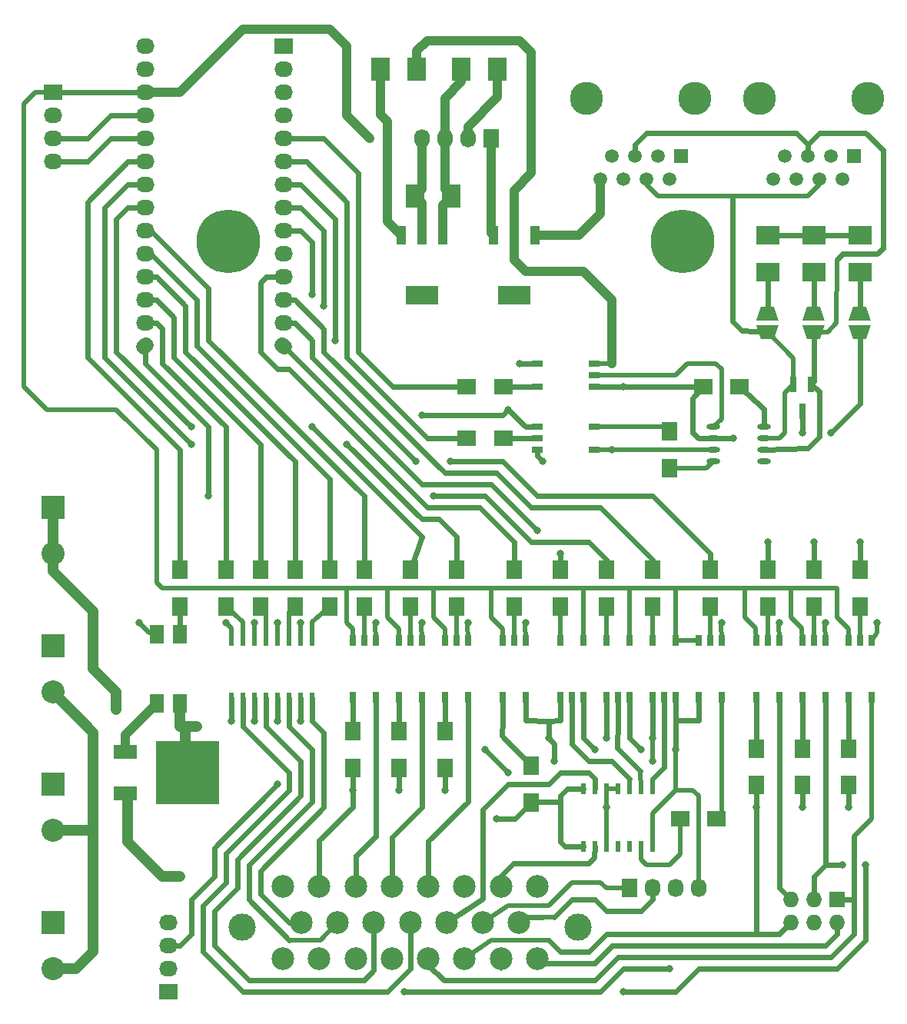
<source format=gbr>
G04 #@! TF.FileFunction,Copper,L1,Top,Signal*
%FSLAX46Y46*%
G04 Gerber Fmt 4.6, Leading zero omitted, Abs format (unit mm)*
G04 Created by KiCad (PCBNEW 4.0.3+e1-6302~38~ubuntu15.10.1-stable) date Thu Nov 17 04:51:28 2016*
%MOMM*%
%LPD*%
G01*
G04 APERTURE LIST*
%ADD10C,0.200000*%
%ADD11R,1.727200X2.032000*%
%ADD12O,1.727200X2.032000*%
%ADD13C,2.500000*%
%ADD14C,3.000000*%
%ADD15R,2.500000X2.000000*%
%ADD16C,3.649980*%
%ADD17R,1.501140X1.501140*%
%ADD18C,1.501140*%
%ADD19R,2.000000X2.500000*%
%ADD20R,0.800100X1.800860*%
%ADD21R,2.540000X2.540000*%
%ADD22C,2.540000*%
%ADD23R,2.032000X1.727200*%
%ADD24O,2.032000X1.727200*%
%ADD25R,1.700000X2.000000*%
%ADD26R,2.000000X1.700000*%
%ADD27R,0.800000X1.200000*%
%ADD28R,1.200000X0.800000*%
%ADD29O,1.473200X0.609600*%
%ADD30R,2.499360X1.501140*%
%ADD31R,7.000240X7.000240*%
%ADD32R,3.657600X2.032000*%
%ADD33R,1.016000X2.032000*%
%ADD34R,1.524000X2.032000*%
%ADD35R,0.508000X1.143000*%
%ADD36R,1.727200X1.727200*%
%ADD37O,1.727200X1.727200*%
%ADD38C,1.727200*%
%ADD39C,7.000000*%
%ADD40C,0.600000*%
%ADD41C,0.800000*%
%ADD42C,0.500000*%
%ADD43C,0.600000*%
%ADD44C,1.000000*%
%ADD45C,1.200000*%
G04 APERTURE END LIST*
D10*
D11*
X97820000Y-75120000D03*
D12*
X95280000Y-75120000D03*
X92740000Y-75120000D03*
X90200000Y-75120000D03*
D13*
X74930000Y-157480000D03*
X78930000Y-157480000D03*
X82930000Y-157480000D03*
X86930000Y-157480000D03*
X90930000Y-157480000D03*
X94930000Y-157480000D03*
X98930000Y-157480000D03*
X102930000Y-157480000D03*
X100930000Y-161480000D03*
X96930000Y-161480000D03*
X92930000Y-161480000D03*
X88930000Y-161480000D03*
X84930000Y-161480000D03*
X80930000Y-161480000D03*
X76930000Y-161480000D03*
X74930000Y-165480000D03*
X78930000Y-165480000D03*
X82930000Y-165480000D03*
X86930000Y-165480000D03*
X90930000Y-165480000D03*
X94930000Y-165480000D03*
X98930000Y-165480000D03*
X102930000Y-165480000D03*
D14*
X70430000Y-161980000D03*
X107430000Y-161980000D03*
D15*
X128300000Y-85820000D03*
X128300000Y-89820000D03*
D16*
X127441480Y-70675000D03*
X139310900Y-70675000D03*
D17*
X137825000Y-77025000D03*
D18*
X136555000Y-79565000D03*
X135285000Y-77025000D03*
X134015000Y-79565000D03*
X132745000Y-77025000D03*
X131475000Y-79565000D03*
X130205000Y-77025000D03*
X128935000Y-79565000D03*
D19*
X89470000Y-81470000D03*
X93470000Y-81470000D03*
D15*
X138460000Y-89820000D03*
X138460000Y-85820000D03*
D20*
X133060000Y-102193860D03*
X131160000Y-102193860D03*
X132110000Y-105196140D03*
D19*
X85660000Y-67500000D03*
X89660000Y-67500000D03*
X94550000Y-67500000D03*
X98550000Y-67500000D03*
D16*
X108391480Y-70675000D03*
X120260900Y-70675000D03*
D17*
X118775000Y-77025000D03*
D18*
X117505000Y-79565000D03*
X116235000Y-77025000D03*
X114965000Y-79565000D03*
X113695000Y-77025000D03*
X112425000Y-79565000D03*
X111155000Y-77025000D03*
X109885000Y-79565000D03*
D10*
G36*
X132630000Y-93690000D02*
X134130000Y-93690000D01*
X134630000Y-95190000D01*
X132130000Y-95190000D01*
X132630000Y-93690000D01*
X132630000Y-93690000D01*
G37*
G36*
X132130000Y-95690000D02*
X134630000Y-95690000D01*
X134130000Y-97190000D01*
X132630000Y-97190000D01*
X132130000Y-95690000D01*
X132130000Y-95690000D01*
G37*
G36*
X129050000Y-97190000D02*
X127550000Y-97190000D01*
X127050000Y-95690000D01*
X129550000Y-95690000D01*
X129050000Y-97190000D01*
X129050000Y-97190000D01*
G37*
G36*
X129550000Y-95190000D02*
X127050000Y-95190000D01*
X127550000Y-93690000D01*
X129050000Y-93690000D01*
X129550000Y-95190000D01*
X129550000Y-95190000D01*
G37*
G36*
X137710000Y-93690000D02*
X139210000Y-93690000D01*
X139710000Y-95190000D01*
X137210000Y-95190000D01*
X137710000Y-93690000D01*
X137710000Y-93690000D01*
G37*
G36*
X137210000Y-95690000D02*
X139710000Y-95690000D01*
X139210000Y-97190000D01*
X137710000Y-97190000D01*
X137210000Y-95690000D01*
X137210000Y-95690000D01*
G37*
D21*
X49560000Y-161480000D03*
D22*
X49560000Y-166560000D03*
D21*
X49560000Y-131000000D03*
D22*
X49560000Y-136080000D03*
D21*
X49560000Y-146240000D03*
D22*
X49560000Y-151320000D03*
D11*
X113060000Y-157670000D03*
D12*
X115600000Y-157670000D03*
X118140000Y-157670000D03*
X120680000Y-157670000D03*
D23*
X62260000Y-169100000D03*
D24*
X62260000Y-166560000D03*
X62260000Y-164020000D03*
X62260000Y-161480000D03*
D25*
X82580000Y-140430000D03*
X82580000Y-144430000D03*
X92740000Y-140430000D03*
X92740000Y-144430000D03*
X87660000Y-140430000D03*
X87660000Y-144430000D03*
X127030000Y-142335000D03*
X127030000Y-146335000D03*
X132110000Y-142335000D03*
X132110000Y-146335000D03*
X137190000Y-142335000D03*
X137190000Y-146335000D03*
X83850000Y-122650000D03*
X83850000Y-126650000D03*
X94010000Y-122650000D03*
X94010000Y-126650000D03*
X88930000Y-122650000D03*
X88930000Y-126650000D03*
X128300000Y-122650000D03*
X128300000Y-126650000D03*
X133380000Y-122650000D03*
X133380000Y-126650000D03*
X138460000Y-122650000D03*
X138460000Y-126650000D03*
X63530000Y-122650000D03*
X63530000Y-126650000D03*
X102265000Y-144240000D03*
X102265000Y-148240000D03*
X100360000Y-122650000D03*
X100360000Y-126650000D03*
D26*
X99185000Y-102425000D03*
X95185000Y-102425000D03*
D25*
X117505000Y-111410000D03*
X117505000Y-107410000D03*
D26*
X121220000Y-102425000D03*
X125220000Y-102425000D03*
D15*
X133380000Y-85820000D03*
X133380000Y-89820000D03*
D26*
X122680000Y-150050000D03*
X118680000Y-150050000D03*
D25*
X110520000Y-122650000D03*
X110520000Y-126650000D03*
X105440000Y-122650000D03*
X105440000Y-126650000D03*
X115600000Y-122650000D03*
X115600000Y-126650000D03*
X80040000Y-126650000D03*
X80040000Y-122650000D03*
X76230000Y-126650000D03*
X76230000Y-122650000D03*
X72420000Y-126650000D03*
X72420000Y-122650000D03*
X68610000Y-126650000D03*
X68610000Y-122650000D03*
D27*
X82580000Y-136690000D03*
X85120000Y-136690000D03*
X85120000Y-130390000D03*
X83850000Y-130390000D03*
X82580000Y-130390000D03*
X92740000Y-136690000D03*
X95280000Y-136690000D03*
X95280000Y-130390000D03*
X94010000Y-130390000D03*
X92740000Y-130390000D03*
X87660000Y-136690000D03*
X90200000Y-136690000D03*
X90200000Y-130390000D03*
X88930000Y-130390000D03*
X87660000Y-130390000D03*
X127030000Y-136690000D03*
X129570000Y-136690000D03*
X129570000Y-130390000D03*
X128300000Y-130390000D03*
X127030000Y-130390000D03*
X132110000Y-136690000D03*
X134650000Y-136690000D03*
X134650000Y-130390000D03*
X133380000Y-130390000D03*
X132110000Y-130390000D03*
X137190000Y-136690000D03*
X139730000Y-136690000D03*
X139730000Y-130390000D03*
X138460000Y-130390000D03*
X137190000Y-130390000D03*
X99090000Y-136690000D03*
X101630000Y-136690000D03*
X101630000Y-130390000D03*
X100360000Y-130390000D03*
X99090000Y-130390000D03*
D28*
X109225000Y-109410000D03*
X109225000Y-106870000D03*
X102925000Y-106870000D03*
X102925000Y-108140000D03*
X102925000Y-109410000D03*
X102925000Y-99885000D03*
X102925000Y-102425000D03*
X109225000Y-102425000D03*
X109225000Y-101155000D03*
X109225000Y-99885000D03*
D29*
X122331000Y-106870000D03*
X122331000Y-108140000D03*
X122331000Y-109410000D03*
X122331000Y-110680000D03*
X127919000Y-110680000D03*
X127919000Y-109410000D03*
X127919000Y-108140000D03*
X127919000Y-106870000D03*
D27*
X113060000Y-130390000D03*
X110520000Y-130390000D03*
X110520000Y-136690000D03*
X111790000Y-136690000D03*
X113060000Y-136690000D03*
X107980000Y-130390000D03*
X105440000Y-130390000D03*
X105440000Y-136690000D03*
X106710000Y-136690000D03*
X107980000Y-136690000D03*
X120680000Y-136690000D03*
X123220000Y-136690000D03*
X123220000Y-130390000D03*
X121950000Y-130390000D03*
X120680000Y-130390000D03*
X118140000Y-130390000D03*
X115600000Y-130390000D03*
X115600000Y-136690000D03*
X116870000Y-136690000D03*
X118140000Y-136690000D03*
D30*
X57540680Y-142694160D03*
X57540680Y-147245840D03*
D31*
X64439320Y-144970000D03*
D32*
X100360000Y-92392000D03*
D33*
X100360000Y-85788000D03*
X98074000Y-85788000D03*
X102646000Y-85788000D03*
D32*
X90200000Y-92392000D03*
D33*
X90200000Y-85788000D03*
X87914000Y-85788000D03*
X92486000Y-85788000D03*
D34*
X63530000Y-129730000D03*
X60990000Y-129730000D03*
X60990000Y-137350000D03*
X63530000Y-137350000D03*
D35*
X115600000Y-146748000D03*
X114330000Y-146748000D03*
X113060000Y-146748000D03*
X111790000Y-146748000D03*
X110520000Y-146748000D03*
X109250000Y-146748000D03*
X107980000Y-146748000D03*
X107980000Y-153098000D03*
X109250000Y-153098000D03*
X111790000Y-153098000D03*
X113060000Y-153098000D03*
X114330000Y-153098000D03*
X115600000Y-153098000D03*
X110520000Y-153098000D03*
X78135000Y-136715000D03*
X75595000Y-136715000D03*
X74325000Y-136715000D03*
X73055000Y-136715000D03*
X71785000Y-136715000D03*
X70515000Y-136715000D03*
X69245000Y-136715000D03*
X69245000Y-130365000D03*
X70515000Y-130365000D03*
X71785000Y-130365000D03*
X73055000Y-130365000D03*
X74325000Y-130365000D03*
X75595000Y-130365000D03*
X76865000Y-130365000D03*
X78135000Y-130365000D03*
X76865000Y-136715000D03*
D21*
X49560000Y-115760000D03*
D22*
X49560000Y-120840000D03*
D26*
X95185000Y-108140000D03*
X99185000Y-108140000D03*
D25*
X121950000Y-122650000D03*
X121950000Y-126650000D03*
D36*
X135920000Y-158940000D03*
D37*
X135920000Y-161480000D03*
X133380000Y-158940000D03*
X133380000Y-161480000D03*
X130840000Y-158940000D03*
X130840000Y-161480000D03*
D23*
X74960000Y-64960000D03*
D24*
X74960000Y-67500000D03*
X74960000Y-70040000D03*
X74960000Y-72580000D03*
X74960000Y-75120000D03*
X74960000Y-77660000D03*
X74960000Y-80200000D03*
X74960000Y-82740000D03*
X74960000Y-85280000D03*
X74960000Y-87820000D03*
X74960000Y-90360000D03*
X74960000Y-92900000D03*
D38*
X74852237Y-97872237D02*
X75067763Y-98087763D01*
X59612237Y-98087763D02*
X59827763Y-97872237D01*
D24*
X59720000Y-92900000D03*
X59720000Y-90360000D03*
X59720000Y-87820000D03*
X59720000Y-85280000D03*
X59720000Y-82740000D03*
X59720000Y-80200000D03*
X59720000Y-77660000D03*
X59720000Y-75120000D03*
X59720000Y-72580000D03*
X59720000Y-70040000D03*
X59720000Y-67500000D03*
X59720000Y-64960000D03*
X74960000Y-95440000D03*
X59720000Y-95440000D03*
D23*
X49560000Y-70040000D03*
D24*
X49560000Y-72580000D03*
X49560000Y-75120000D03*
X49560000Y-77660000D03*
D39*
X68930000Y-86480000D03*
D40*
X71555000Y-86480000D03*
X70786155Y-88336155D03*
X68930000Y-89105000D03*
X67073845Y-88336155D03*
X66305000Y-86480000D03*
X67073845Y-84623845D03*
X68930000Y-83855000D03*
X70786155Y-84623845D03*
D39*
X118930000Y-86480000D03*
D40*
X121555000Y-86480000D03*
X120786155Y-88336155D03*
X118930000Y-89105000D03*
X117073845Y-88336155D03*
X116305000Y-86480000D03*
X117073845Y-84623845D03*
X118930000Y-83855000D03*
X120786155Y-84623845D03*
D41*
X90200000Y-105600000D03*
X134650000Y-128460000D03*
X129570000Y-128460000D03*
X123220000Y-128460000D03*
X101630000Y-128460000D03*
X95280000Y-128460000D03*
X90200000Y-128460000D03*
X85120000Y-128460000D03*
X76865000Y-128460000D03*
X74325000Y-128460000D03*
X71785000Y-128460000D03*
X68610000Y-128460000D03*
X59085000Y-128460000D03*
X140365000Y-128460000D03*
X99725000Y-104965000D03*
X84485000Y-75120000D03*
X103535000Y-110680000D03*
X100995000Y-99885000D03*
X112425000Y-102425000D03*
X124490000Y-108140000D03*
X132110000Y-107505000D03*
X135285000Y-107505000D03*
X111155000Y-109410000D03*
X111155000Y-99885000D03*
X63530000Y-156400000D03*
X61625000Y-156400000D03*
X54005000Y-164655000D03*
X52735000Y-165925000D03*
X87660000Y-146875000D03*
X82580000Y-146875000D03*
X92740000Y-146875000D03*
X117505000Y-166560000D03*
X88295000Y-169100000D03*
X112425000Y-169100000D03*
X139095000Y-155130000D03*
X136555000Y-155130000D03*
X137190000Y-148780000D03*
X132110000Y-148780000D03*
X127030000Y-148780000D03*
X64800000Y-108775000D03*
X81945000Y-108775000D03*
X64800000Y-106870000D03*
X78135000Y-106870000D03*
X78135000Y-92265000D03*
X128300000Y-119570000D03*
X79405000Y-93535000D03*
X133380000Y-119570000D03*
X80675000Y-97345000D03*
X138460000Y-119570000D03*
X65435000Y-139890000D03*
X56545000Y-137985000D03*
X63530000Y-139890000D03*
X56545000Y-136080000D03*
X98455000Y-150050000D03*
X114330000Y-142430000D03*
X109250000Y-142430000D03*
X118140000Y-142430000D03*
X99725000Y-144970000D03*
X97185000Y-142430000D03*
X104805000Y-143700000D03*
X74325000Y-146240000D03*
X76865000Y-139255000D03*
X74325000Y-139255000D03*
X71785000Y-139255000D03*
X69245000Y-139255000D03*
X115600000Y-143700000D03*
X110520000Y-148780000D03*
X115600000Y-141160000D03*
X110520000Y-141160000D03*
X104170000Y-141160000D03*
X66705000Y-114490000D03*
X91470000Y-114490000D03*
X102900000Y-118300000D03*
X105440000Y-120840000D03*
X93375000Y-110680000D03*
X89565000Y-110680000D03*
D42*
X133380000Y-96440000D02*
X134920000Y-96440000D01*
D43*
X134015000Y-74485000D02*
X132745000Y-75755000D01*
X134015000Y-74485000D02*
X139095000Y-74485000D01*
X139095000Y-74485000D02*
X141000000Y-76390000D01*
X141000000Y-76390000D02*
X141000000Y-87185000D01*
X141000000Y-87185000D02*
X140365000Y-87820000D01*
X140365000Y-87820000D02*
X136555000Y-87820000D01*
X136555000Y-87820000D02*
X135920000Y-88455000D01*
D42*
X135890000Y-95470000D02*
X135920000Y-88455000D01*
X134920000Y-96440000D02*
X135890000Y-95470000D01*
D43*
X133060000Y-102193860D02*
X133985000Y-102958860D01*
X132715000Y-109220000D02*
X127919000Y-109410000D01*
X133985000Y-107950000D02*
X132715000Y-109220000D01*
X133985000Y-102958860D02*
X133985000Y-107950000D01*
X113695000Y-77025000D02*
X113695000Y-75755000D01*
X113695000Y-75755000D02*
X114965000Y-74485000D01*
X114965000Y-74485000D02*
X131475000Y-74485000D01*
X131475000Y-74485000D02*
X132745000Y-75755000D01*
X132745000Y-77025000D02*
X132745000Y-75755000D01*
X133060000Y-102193860D02*
X133380000Y-101873860D01*
X133380000Y-101873860D02*
X133380000Y-96440000D01*
D42*
X114965000Y-79565000D02*
X114965000Y-80200000D01*
X116235000Y-81470000D02*
X124460000Y-81470000D01*
X114965000Y-80200000D02*
X116235000Y-81470000D01*
X134015000Y-79565000D02*
X134015000Y-80200000D01*
X134015000Y-80200000D02*
X132745000Y-81470000D01*
X132745000Y-81470000D02*
X124460000Y-81470000D01*
X127919000Y-108140000D02*
X128935000Y-108140000D01*
X130205000Y-103148860D02*
X131160000Y-102193860D01*
X130205000Y-107505000D02*
X130205000Y-103148860D01*
X129570000Y-108140000D02*
X130205000Y-107505000D01*
X128935000Y-108140000D02*
X129570000Y-108140000D01*
X128300000Y-96440000D02*
X131160000Y-99300000D01*
X131160000Y-99300000D02*
X131160000Y-102193860D01*
D43*
X128300000Y-96440000D02*
X125460000Y-96250000D01*
X125460000Y-96250000D02*
X124460000Y-95250000D01*
X124460000Y-95250000D02*
X124460000Y-81470000D01*
X128300000Y-96440000D02*
X128030000Y-96710000D01*
D42*
X114965000Y-79565000D02*
X114965000Y-80200000D01*
D43*
X63530000Y-122650000D02*
X63530000Y-109410000D01*
X57815000Y-77660000D02*
X59720000Y-77660000D01*
X53370000Y-82105000D02*
X57815000Y-77660000D01*
X53370000Y-99250000D02*
X53370000Y-82105000D01*
X63530000Y-109410000D02*
X53370000Y-99250000D01*
X99725000Y-104965000D02*
X99090000Y-105600000D01*
X99090000Y-105600000D02*
X90200000Y-105600000D01*
D44*
X94550000Y-67500000D02*
X94550000Y-68865000D01*
X92740000Y-70675000D02*
X92740000Y-75120000D01*
X94550000Y-68865000D02*
X92740000Y-70675000D01*
X93470000Y-81470000D02*
X92740000Y-80740000D01*
X92740000Y-80740000D02*
X92740000Y-75120000D01*
D42*
X134650000Y-130390000D02*
X134620000Y-128490000D01*
X134620000Y-128490000D02*
X134650000Y-128460000D01*
X129570000Y-130390000D02*
X129540000Y-128490000D01*
X129540000Y-128490000D02*
X129570000Y-128460000D01*
X123220000Y-130390000D02*
X123190000Y-128490000D01*
X123190000Y-128490000D02*
X123220000Y-128460000D01*
X101630000Y-130390000D02*
X101600000Y-128490000D01*
X101600000Y-128490000D02*
X101630000Y-128460000D01*
X95280000Y-130390000D02*
X95250000Y-128490000D01*
X95250000Y-128490000D02*
X95280000Y-128460000D01*
X90200000Y-130390000D02*
X90170000Y-128490000D01*
X90170000Y-128490000D02*
X90200000Y-128460000D01*
X85120000Y-130390000D02*
X85090000Y-128490000D01*
X85090000Y-128490000D02*
X85120000Y-128460000D01*
X76865000Y-130365000D02*
X76835000Y-128490000D01*
X76835000Y-128490000D02*
X76865000Y-128460000D01*
X74325000Y-130365000D02*
X74295000Y-128490000D01*
X74295000Y-128490000D02*
X74325000Y-128460000D01*
X71755000Y-128490000D02*
X71785000Y-130365000D01*
X71785000Y-128460000D02*
X71755000Y-128490000D01*
X69245000Y-130365000D02*
X69215000Y-129065000D01*
X69215000Y-129065000D02*
X68610000Y-128460000D01*
X139730000Y-130390000D02*
X140365000Y-129535000D01*
X60165000Y-129540000D02*
X60960000Y-129540000D01*
X59085000Y-128460000D02*
X60165000Y-129540000D01*
X140365000Y-129535000D02*
X140365000Y-128460000D01*
D43*
X102925000Y-106870000D02*
X101630000Y-106870000D01*
X101630000Y-106870000D02*
X99725000Y-104965000D01*
D44*
X92486000Y-85788000D02*
X92486000Y-82454000D01*
X92486000Y-82454000D02*
X93470000Y-81470000D01*
D43*
X74960000Y-75120000D02*
X79405000Y-75120000D01*
X87025000Y-102425000D02*
X95185000Y-102425000D01*
X83215000Y-98615000D02*
X87025000Y-102425000D01*
X83215000Y-78930000D02*
X83215000Y-98615000D01*
X79405000Y-75120000D02*
X83215000Y-78930000D01*
D44*
X81945000Y-72580000D02*
X84485000Y-75120000D01*
X59720000Y-70040000D02*
X63530000Y-70040000D01*
X70515000Y-63055000D02*
X63530000Y-70040000D01*
X80040000Y-63055000D02*
X70515000Y-63055000D01*
X81945000Y-64960000D02*
X80040000Y-63055000D01*
X81945000Y-72580000D02*
X81945000Y-64960000D01*
D43*
X102925000Y-109410000D02*
X102925000Y-110070000D01*
X102925000Y-110070000D02*
X103535000Y-110680000D01*
X102925000Y-99885000D02*
X100995000Y-99885000D01*
D42*
X81945000Y-124650000D02*
X61625000Y-124650000D01*
X47655000Y-70040000D02*
X49560000Y-70040000D01*
X46385000Y-71310000D02*
X47655000Y-70040000D01*
X46385000Y-102425000D02*
X46385000Y-71310000D01*
X48925000Y-104965000D02*
X46385000Y-102425000D01*
X56545000Y-104965000D02*
X48925000Y-104965000D01*
X60990000Y-109410000D02*
X56545000Y-104965000D01*
X60990000Y-124015000D02*
X60990000Y-109410000D01*
X61625000Y-124650000D02*
X60990000Y-124015000D01*
D44*
X89470000Y-81470000D02*
X90200000Y-80740000D01*
X90200000Y-80740000D02*
X90200000Y-75120000D01*
D43*
X49560000Y-70040000D02*
X59720000Y-70040000D01*
D42*
X118140000Y-130390000D02*
X120680000Y-130390000D01*
X127030000Y-130390000D02*
X127000000Y-129065000D01*
X125760000Y-127825000D02*
X125760000Y-124650000D01*
X127000000Y-129065000D02*
X125760000Y-127825000D01*
X118140000Y-130390000D02*
X118140000Y-124650000D01*
X113060000Y-130390000D02*
X113060000Y-124650000D01*
X107980000Y-130390000D02*
X107980000Y-124650000D01*
X99090000Y-130390000D02*
X99090000Y-129095000D01*
X97820000Y-127825000D02*
X97820000Y-124650000D01*
X99090000Y-129095000D02*
X97820000Y-127825000D01*
X92740000Y-130390000D02*
X92740000Y-129095000D01*
X91470000Y-127825000D02*
X91470000Y-124650000D01*
X92740000Y-129095000D02*
X91470000Y-127825000D01*
X87660000Y-130390000D02*
X87660000Y-129095000D01*
X86390000Y-127825000D02*
X86390000Y-124650000D01*
X87660000Y-129095000D02*
X86390000Y-127825000D01*
X82580000Y-130390000D02*
X82580000Y-129095000D01*
X81945000Y-124650000D02*
X86390000Y-124650000D01*
X86390000Y-124650000D02*
X91470000Y-124650000D01*
X91470000Y-124650000D02*
X97820000Y-124650000D01*
X97820000Y-124650000D02*
X107980000Y-124650000D01*
X107980000Y-124650000D02*
X113060000Y-124650000D01*
X113060000Y-124650000D02*
X118140000Y-124650000D01*
X118140000Y-124650000D02*
X119410000Y-124650000D01*
X119410000Y-124650000D02*
X125760000Y-124650000D01*
X125760000Y-124650000D02*
X130840000Y-124650000D01*
X81945000Y-128460000D02*
X81945000Y-124650000D01*
X82580000Y-129095000D02*
X81945000Y-128460000D01*
X132110000Y-130390000D02*
X132080000Y-129065000D01*
X137190000Y-129095000D02*
X137220000Y-130360000D01*
X135920000Y-127825000D02*
X137190000Y-129095000D01*
X135920000Y-124650000D02*
X135920000Y-127825000D01*
X130840000Y-124650000D02*
X135920000Y-124650000D01*
X130840000Y-127825000D02*
X130840000Y-124650000D01*
X132080000Y-129065000D02*
X130840000Y-127825000D01*
X137220000Y-130360000D02*
X137190000Y-130390000D01*
X132140000Y-130360000D02*
X132110000Y-130390000D01*
D44*
X90200000Y-85788000D02*
X90200000Y-82200000D01*
X90200000Y-82200000D02*
X89470000Y-81470000D01*
D43*
X95185000Y-108140000D02*
X90835000Y-108140000D01*
X77500000Y-77660000D02*
X74960000Y-77660000D01*
X81945000Y-82105000D02*
X77500000Y-77660000D01*
X81945000Y-99250000D02*
X81945000Y-82105000D01*
X86390000Y-103695000D02*
X81945000Y-99250000D01*
X86390000Y-103695000D02*
X86390000Y-103695000D01*
X90835000Y-108140000D02*
X86390000Y-103695000D01*
D44*
X102646000Y-85788000D02*
X107472000Y-85788000D01*
X109885000Y-83375000D02*
X109885000Y-79565000D01*
X107472000Y-85788000D02*
X109885000Y-83375000D01*
X95280000Y-75120000D02*
X95280000Y-73850000D01*
X95280000Y-73850000D02*
X98550000Y-70580000D01*
X98550000Y-70580000D02*
X98550000Y-67500000D01*
D43*
X122331000Y-108140000D02*
X124490000Y-108140000D01*
X132110000Y-105196140D02*
X132110000Y-107505000D01*
X138460000Y-104330000D02*
X138460000Y-96440000D01*
X135285000Y-107505000D02*
X138460000Y-104330000D01*
X122331000Y-108140000D02*
X120680000Y-108140000D01*
X120045000Y-103695000D02*
X121220000Y-102425000D01*
X120045000Y-107505000D02*
X120045000Y-103695000D01*
X120680000Y-108140000D02*
X120045000Y-107505000D01*
X121315000Y-102425000D02*
X121220000Y-102425000D01*
X121220000Y-102425000D02*
X112425000Y-102425000D01*
X112425000Y-102425000D02*
X109225000Y-102425000D01*
X128300000Y-85820000D02*
X133380000Y-85820000D01*
X133380000Y-85820000D02*
X138460000Y-85820000D01*
D44*
X86390000Y-73215000D02*
X85660000Y-72485000D01*
X86390000Y-84264000D02*
X86390000Y-73850000D01*
X86390000Y-73850000D02*
X86390000Y-73215000D01*
X87914000Y-85788000D02*
X86390000Y-84264000D01*
X85660000Y-72485000D02*
X85660000Y-67500000D01*
X89660000Y-67500000D02*
X89660000Y-65500000D01*
X100360000Y-80835000D02*
X100360000Y-85788000D01*
X102265000Y-78930000D02*
X100360000Y-80835000D01*
X102265000Y-65595000D02*
X102265000Y-78930000D01*
X100995000Y-64325000D02*
X102265000Y-65595000D01*
X90835000Y-64325000D02*
X100995000Y-64325000D01*
X89660000Y-65500000D02*
X90835000Y-64325000D01*
X111155000Y-99885000D02*
X111155000Y-92900000D01*
X101630000Y-89725000D02*
X100360000Y-88455000D01*
X107980000Y-89725000D02*
X101630000Y-89725000D01*
X111155000Y-92900000D02*
X107980000Y-89725000D01*
D42*
X109225000Y-99885000D02*
X111155000Y-99885000D01*
X109225000Y-109410000D02*
X111155000Y-109410000D01*
X111155000Y-109410000D02*
X122331000Y-109410000D01*
D44*
X100360000Y-85788000D02*
X100360000Y-88455000D01*
X97820000Y-75120000D02*
X97820000Y-85534000D01*
X97820000Y-85534000D02*
X98074000Y-85788000D01*
D43*
X133380000Y-89820000D02*
X133380000Y-94440000D01*
X128300000Y-89820000D02*
X128300000Y-94440000D01*
D45*
X57815000Y-147520160D02*
X57815000Y-152590000D01*
X57815000Y-152590000D02*
X61625000Y-156400000D01*
X57815000Y-147520160D02*
X57540680Y-147245840D01*
X61625000Y-156400000D02*
X63530000Y-156400000D01*
X54005000Y-164655000D02*
X52735000Y-165925000D01*
X54005000Y-151320000D02*
X54005000Y-164655000D01*
X52100000Y-166560000D02*
X49560000Y-166560000D01*
X54005000Y-164655000D02*
X52100000Y-166560000D01*
X49560000Y-151320000D02*
X54005000Y-151320000D01*
X49560000Y-136080000D02*
X49560000Y-136080000D01*
X54005000Y-140525000D02*
X49560000Y-136080000D01*
X54005000Y-151320000D02*
X54005000Y-140525000D01*
D43*
X87660000Y-144430000D02*
X87660000Y-146875000D01*
X92740000Y-144430000D02*
X92740000Y-146875000D01*
X78930000Y-157480000D02*
X78930000Y-152430000D01*
X78930000Y-152430000D02*
X82580000Y-148780000D01*
X82580000Y-148780000D02*
X82580000Y-146875000D01*
X82580000Y-146875000D02*
X82580000Y-144430000D01*
X82930000Y-157480000D02*
X82930000Y-154145000D01*
X85120000Y-151955000D02*
X85120000Y-136690000D01*
X82930000Y-154145000D02*
X85120000Y-151955000D01*
X86930000Y-157480000D02*
X86930000Y-152050000D01*
X90200000Y-148780000D02*
X90200000Y-136690000D01*
X86930000Y-152050000D02*
X90200000Y-148780000D01*
X90930000Y-157480000D02*
X90930000Y-152495000D01*
X95280000Y-148145000D02*
X95280000Y-136690000D01*
X90930000Y-152495000D02*
X95280000Y-148145000D01*
X109250000Y-158940000D02*
X110520000Y-160210000D01*
X104805000Y-160845000D02*
X106710000Y-158940000D01*
X106710000Y-158940000D02*
X109250000Y-158940000D01*
X101565000Y-160845000D02*
X103535000Y-160845000D01*
D42*
X103535000Y-160845000D02*
X104805000Y-160845000D01*
D43*
X115600000Y-158940000D02*
X115600000Y-157670000D01*
X114330000Y-160210000D02*
X115600000Y-158940000D01*
X110520000Y-160210000D02*
X114330000Y-160210000D01*
X100930000Y-161480000D02*
X101565000Y-160845000D01*
D42*
X105440000Y-158305000D02*
X106710000Y-157035000D01*
X104170000Y-159575000D02*
X105440000Y-158305000D01*
X99725000Y-159575000D02*
X104170000Y-159575000D01*
X96930000Y-161480000D02*
X99725000Y-159575000D01*
X110520000Y-157670000D02*
X113060000Y-157670000D01*
X109885000Y-157035000D02*
X110520000Y-157670000D01*
X106710000Y-157035000D02*
X109885000Y-157035000D01*
D43*
X88295000Y-169100000D02*
X109885000Y-169100000D01*
X109885000Y-169100000D02*
X112425000Y-166560000D01*
X112425000Y-166560000D02*
X117505000Y-166560000D01*
X129570000Y-136690000D02*
X129570000Y-157670000D01*
X129570000Y-157670000D02*
X130840000Y-158940000D01*
X133380000Y-158940000D02*
X133380000Y-156400000D01*
X133380000Y-156400000D02*
X134650000Y-155130000D01*
X118140000Y-169100000D02*
X120680000Y-166560000D01*
X120680000Y-166560000D02*
X135920000Y-166560000D01*
X139095000Y-155130000D02*
X139095000Y-163385000D01*
X135920000Y-166560000D02*
X139095000Y-163385000D01*
X118140000Y-169100000D02*
X112425000Y-169100000D01*
X136555000Y-155130000D02*
X134650000Y-155130000D01*
X134650000Y-136690000D02*
X134650000Y-155130000D01*
X135920000Y-158940000D02*
X137825000Y-158940000D01*
D42*
X137825000Y-151955000D02*
X139730000Y-150050000D01*
X139730000Y-150050000D02*
X139730000Y-136690000D01*
D43*
X137825000Y-151955000D02*
X137825000Y-157035000D01*
X137825000Y-162750000D02*
X137825000Y-158940000D01*
X137825000Y-158940000D02*
X137825000Y-157670000D01*
X135285000Y-165290000D02*
X137825000Y-162750000D01*
X111790000Y-165290000D02*
X135285000Y-165290000D01*
X109250000Y-167830000D02*
X111790000Y-165290000D01*
X92695536Y-167830000D02*
X109250000Y-167830000D01*
X92695536Y-167830000D02*
X90930000Y-166180000D01*
X137825000Y-157035000D02*
X137825000Y-157670000D01*
D42*
X90930000Y-165480000D02*
X90930000Y-166180000D01*
D43*
X127030000Y-162750000D02*
X127030000Y-148780000D01*
D42*
X130810000Y-161925000D02*
X130810000Y-161510000D01*
X97820000Y-163385000D02*
X104170000Y-163385000D01*
X97820000Y-163385000D02*
X94930000Y-165480000D01*
D43*
X105440000Y-164655000D02*
X104170000Y-163385000D01*
X129570000Y-162750000D02*
X127030000Y-162750000D01*
X127030000Y-162750000D02*
X110520000Y-162750000D01*
X110520000Y-162750000D02*
X108615000Y-164655000D01*
X108615000Y-164655000D02*
X105440000Y-164655000D01*
X130810000Y-161510000D02*
X129570000Y-162750000D01*
X137190000Y-148780000D02*
X137190000Y-146335000D01*
X127030000Y-146335000D02*
X127030000Y-148780000D01*
X132110000Y-148780000D02*
X132110000Y-146335000D01*
D42*
X98930000Y-165480000D02*
X98930000Y-166560000D01*
D43*
X103375000Y-165925000D02*
X109250000Y-165925000D01*
X111155000Y-164020000D02*
X134650000Y-164020000D01*
X109250000Y-165925000D02*
X111155000Y-164020000D01*
X134650000Y-164020000D02*
X135920000Y-162750000D01*
X135920000Y-162750000D02*
X135920000Y-161480000D01*
D42*
X103375000Y-165925000D02*
X102930000Y-165480000D01*
D44*
X57540680Y-142694160D02*
X57540680Y-140799320D01*
X57540680Y-140799320D02*
X60990000Y-137350000D01*
D43*
X82580000Y-139255000D02*
X82580000Y-136690000D01*
X82580000Y-140430000D02*
X82580000Y-139255000D01*
X82580000Y-139255000D02*
X82580000Y-139230000D01*
X92740000Y-139255000D02*
X92740000Y-136690000D01*
X92740000Y-140430000D02*
X92740000Y-139255000D01*
X92740000Y-139255000D02*
X92740000Y-139230000D01*
X87660000Y-139255000D02*
X87660000Y-136690000D01*
X87660000Y-140430000D02*
X87660000Y-139255000D01*
X87660000Y-139255000D02*
X87660000Y-139230000D01*
X127030000Y-142335000D02*
X127030000Y-136690000D01*
X127031960Y-136691960D02*
X127030000Y-136690000D01*
X132110000Y-142335000D02*
X132110000Y-136690000D01*
X132111960Y-136691960D02*
X132110000Y-136690000D01*
X137190000Y-142335000D02*
X137190000Y-136690000D01*
X66705000Y-97345000D02*
X83850000Y-114490000D01*
X83850000Y-122650000D02*
X83850000Y-114490000D01*
X60355000Y-85280000D02*
X59720000Y-85280000D01*
X66705000Y-91630000D02*
X60355000Y-85280000D01*
X66705000Y-97345000D02*
X66705000Y-91630000D01*
D42*
X83850000Y-130390000D02*
X83850000Y-126650000D01*
D43*
X90200000Y-117030000D02*
X81945000Y-108775000D01*
X94010000Y-118935000D02*
X92105000Y-117030000D01*
X92105000Y-117030000D02*
X90200000Y-117030000D01*
X94010000Y-122650000D02*
X94010000Y-118935000D01*
X57815000Y-80200000D02*
X59720000Y-80200000D01*
X55275000Y-82740000D02*
X57815000Y-80200000D01*
X55275000Y-99250000D02*
X55275000Y-82740000D01*
X64800000Y-108775000D02*
X55275000Y-99250000D01*
D42*
X94010000Y-130390000D02*
X94010000Y-126650000D01*
D43*
X90200000Y-118935000D02*
X78135000Y-106870000D01*
X88930000Y-122650000D02*
X90200000Y-118935000D01*
X57815000Y-82740000D02*
X59720000Y-82740000D01*
X56545000Y-84010000D02*
X57815000Y-82740000D01*
X56545000Y-98615000D02*
X56545000Y-84010000D01*
X64800000Y-106870000D02*
X56545000Y-98615000D01*
D42*
X88930000Y-130390000D02*
X88930000Y-126650000D01*
D43*
X74960000Y-85280000D02*
X76865000Y-85280000D01*
X78135000Y-86550000D02*
X78135000Y-92265000D01*
X76865000Y-85280000D02*
X78135000Y-86550000D01*
X128300000Y-119570000D02*
X128300000Y-122650000D01*
D42*
X128300000Y-130390000D02*
X128300000Y-126650000D01*
D43*
X74960000Y-82740000D02*
X76865000Y-82740000D01*
X79405000Y-85280000D02*
X79405000Y-93535000D01*
X76865000Y-82740000D02*
X79405000Y-85280000D01*
X133380000Y-119570000D02*
X133380000Y-122650000D01*
D42*
X133380000Y-130390000D02*
X133380000Y-126650000D01*
D43*
X74960000Y-80200000D02*
X76865000Y-80200000D01*
X80675000Y-84010000D02*
X80675000Y-97345000D01*
X76865000Y-80200000D02*
X80675000Y-84010000D01*
X138460000Y-122650000D02*
X138460000Y-119570000D01*
D42*
X138460000Y-130390000D02*
X138460000Y-126650000D01*
D43*
X99089544Y-139255004D02*
X99089544Y-136690456D01*
X99089544Y-136690456D02*
X99090000Y-136690000D01*
X99090000Y-139230000D02*
X99089544Y-139255004D01*
X99089544Y-139255004D02*
X99060000Y-140875000D01*
X99060000Y-140875000D02*
X102265000Y-144240000D01*
X74960000Y-90360000D02*
X73055000Y-90360000D01*
X72420000Y-90995000D02*
X73055000Y-90360000D01*
X72420000Y-98615000D02*
X72420000Y-92265000D01*
X72420000Y-98615000D02*
X74325000Y-100520000D01*
X74325000Y-100520000D02*
X75595000Y-100520000D01*
X75595000Y-100520000D02*
X90835000Y-115760000D01*
X72420000Y-92265000D02*
X72420000Y-90995000D01*
X100360000Y-122650000D02*
X100360000Y-119570000D01*
X96550000Y-115760000D02*
X90835000Y-115760000D01*
X100360000Y-119570000D02*
X96550000Y-115760000D01*
D42*
X100360000Y-130390000D02*
X100360000Y-126650000D01*
D43*
X99185000Y-102425000D02*
X102925000Y-102425000D01*
D42*
X117505000Y-111410000D02*
X121601000Y-111410000D01*
X121601000Y-111410000D02*
X122331000Y-110680000D01*
X109225000Y-106870000D02*
X116965000Y-106870000D01*
X116965000Y-106870000D02*
X117505000Y-107410000D01*
D43*
X117505000Y-107410000D02*
X116965000Y-106870000D01*
X125220000Y-102425000D02*
X127889000Y-104934000D01*
X127889000Y-104934000D02*
X127919000Y-106870000D01*
D42*
X123220000Y-139255000D02*
X123220000Y-136690000D01*
X122680000Y-150050000D02*
X123220000Y-149510000D01*
X123220000Y-149510000D02*
X123220000Y-139255000D01*
X123220000Y-139255000D02*
X123220000Y-139230000D01*
X114330000Y-153098000D02*
X114330000Y-154495000D01*
X118680000Y-153955000D02*
X118680000Y-150050000D01*
X117505000Y-155130000D02*
X118680000Y-153955000D01*
X114965000Y-155130000D02*
X117505000Y-155130000D01*
X114330000Y-154495000D02*
X114965000Y-155130000D01*
X110520000Y-130390000D02*
X110520000Y-126650000D01*
X105440000Y-130390000D02*
X105440000Y-126650000D01*
X115600000Y-130390000D02*
X115600000Y-126650000D01*
X78135000Y-130365000D02*
X78105000Y-128365000D01*
X78105000Y-128365000D02*
X80040000Y-126650000D01*
X75595000Y-130365000D02*
X75595000Y-127285000D01*
X75595000Y-127285000D02*
X76230000Y-126650000D01*
X73055000Y-130365000D02*
X73055000Y-127285000D01*
X73055000Y-127285000D02*
X72420000Y-126650000D01*
X70515000Y-130365000D02*
X70485000Y-128365000D01*
X70485000Y-128365000D02*
X68610000Y-126650000D01*
X109225000Y-101155000D02*
X118140000Y-101155000D01*
X123220000Y-105981000D02*
X122331000Y-106870000D01*
X123220000Y-100520000D02*
X123220000Y-105981000D01*
X122585000Y-99885000D02*
X123220000Y-100520000D01*
X119410000Y-99885000D02*
X122585000Y-99885000D01*
X118140000Y-101155000D02*
X119410000Y-99885000D01*
D43*
X116870000Y-139255000D02*
X116870000Y-136690000D01*
D42*
X115600000Y-146748000D02*
X115600000Y-145605000D01*
D43*
X116870000Y-144335000D02*
X116870000Y-139255000D01*
X116870000Y-139255000D02*
X116870000Y-139230000D01*
X115600000Y-145605000D02*
X116870000Y-144335000D01*
X111789751Y-139254983D02*
X111789751Y-136690249D01*
X111789751Y-136690249D02*
X111790000Y-136690000D01*
D42*
X114330000Y-146748000D02*
X114300000Y-144780000D01*
D43*
X111760000Y-142240000D02*
X111789751Y-139254983D01*
X111789751Y-139254983D02*
X111790000Y-139230000D01*
X114300000Y-144780000D02*
X111760000Y-142240000D01*
X106710000Y-139255000D02*
X106710000Y-136690000D01*
D42*
X113060000Y-146748000D02*
X113060000Y-145605000D01*
D43*
X106710000Y-141795000D02*
X106710000Y-139255000D01*
X106710000Y-139255000D02*
X106710000Y-139230000D01*
X108615000Y-143700000D02*
X106710000Y-141795000D01*
X111155000Y-143700000D02*
X108615000Y-143700000D01*
X113060000Y-145605000D02*
X111155000Y-143700000D01*
X102925000Y-108140000D02*
X99185000Y-108140000D01*
X138460000Y-89820000D02*
X138460000Y-94440000D01*
D42*
X121950000Y-130390000D02*
X121950000Y-126650000D01*
D45*
X65435000Y-139890000D02*
X63530000Y-139890000D01*
X63530000Y-139890000D02*
X63530000Y-137350000D01*
X63530000Y-137350000D02*
X63530000Y-137350000D01*
X64165000Y-139890000D02*
X63530000Y-139890000D01*
X64165000Y-139890000D02*
X64165000Y-144695680D01*
X64165000Y-144695680D02*
X64439320Y-144970000D01*
X56545000Y-136080000D02*
X56545000Y-137985000D01*
X49560000Y-122745000D02*
X54005000Y-127190000D01*
X54005000Y-127190000D02*
X54005000Y-133540000D01*
X54005000Y-133540000D02*
X56545000Y-136080000D01*
X49560000Y-122745000D02*
X49560000Y-120840000D01*
X49560000Y-115760000D02*
X49560000Y-120840000D01*
D43*
X49560000Y-75120000D02*
X53370000Y-75120000D01*
X55910000Y-72580000D02*
X59720000Y-72580000D01*
X53370000Y-75120000D02*
X55910000Y-72580000D01*
X49560000Y-77660000D02*
X53370000Y-77660000D01*
X55910000Y-75120000D02*
X59720000Y-75120000D01*
X53370000Y-77660000D02*
X55910000Y-75120000D01*
X63530000Y-129730000D02*
X63530000Y-126650000D01*
X100455000Y-150050000D02*
X98455000Y-150050000D01*
X100455000Y-150050000D02*
X102265000Y-148240000D01*
X102265000Y-148240000D02*
X102360000Y-148145000D01*
X102360000Y-148145000D02*
X105440000Y-148145000D01*
X107980000Y-146748000D02*
X106202000Y-146748000D01*
X105948000Y-153098000D02*
X107980000Y-153098000D01*
X105440000Y-152590000D02*
X105948000Y-153098000D01*
X105440000Y-147510000D02*
X105440000Y-148145000D01*
X105440000Y-148145000D02*
X105440000Y-148780000D01*
X105440000Y-148780000D02*
X105440000Y-152590000D01*
X106202000Y-146748000D02*
X105440000Y-147510000D01*
X120680000Y-136690000D02*
X120680000Y-139230000D01*
X118140000Y-139230000D02*
X120680000Y-139230000D01*
X118140000Y-139230000D02*
X118140000Y-139255000D01*
X118140000Y-139255000D02*
X118140000Y-136690000D01*
X113060000Y-136690000D02*
X113060000Y-139255000D01*
X113060000Y-141160000D02*
X114330000Y-142430000D01*
X113060000Y-141160000D02*
X113060000Y-139255000D01*
X107980000Y-136690000D02*
X107980000Y-139255000D01*
X107980000Y-141160000D02*
X109250000Y-142430000D01*
X107980000Y-141160000D02*
X107980000Y-139255000D01*
D42*
X120680000Y-157670000D02*
X120680000Y-155130000D01*
X120045000Y-146875000D02*
X118140000Y-146875000D01*
X120680000Y-147510000D02*
X120045000Y-146875000D01*
X120680000Y-155130000D02*
X120680000Y-147510000D01*
X120680000Y-155130000D02*
X120680000Y-155130000D01*
X115600000Y-153098000D02*
X115600000Y-149415000D01*
X118140000Y-146875000D02*
X118140000Y-142430000D01*
X115600000Y-149415000D02*
X118140000Y-146875000D01*
D43*
X118140000Y-139255000D02*
X118140000Y-142430000D01*
X98930000Y-157480000D02*
X98910732Y-156359268D01*
X109220000Y-154305000D02*
X109250000Y-153098000D01*
X108585000Y-154940000D02*
X109220000Y-154305000D01*
X100330000Y-154940000D02*
X108585000Y-154940000D01*
X98910732Y-156359268D02*
X100330000Y-154940000D01*
X97185000Y-142430000D02*
X99725000Y-144970000D01*
X104170000Y-141160000D02*
X104805000Y-141795000D01*
X104805000Y-141795000D02*
X104805000Y-143700000D01*
X62260000Y-164020000D02*
X63530000Y-164020000D01*
X73055000Y-147510000D02*
X74325000Y-146240000D01*
X67340000Y-153225000D02*
X73055000Y-147510000D01*
X67340000Y-156400000D02*
X67340000Y-153225000D01*
X64800000Y-158940000D02*
X67340000Y-156400000D01*
X64800000Y-162750000D02*
X64800000Y-158940000D01*
X63530000Y-164020000D02*
X64800000Y-162750000D01*
X76865000Y-139255000D02*
X76865000Y-136715000D01*
X74325000Y-139255000D02*
X74325000Y-136715000D01*
X69245000Y-136715000D02*
X69245000Y-139255000D01*
X71785000Y-139255000D02*
X71785000Y-136715000D01*
X115600000Y-139255000D02*
X115600000Y-136690000D01*
X110520000Y-139255000D02*
X110520000Y-136690000D01*
X105439508Y-139230010D02*
X105439508Y-136690492D01*
X105439508Y-136690492D02*
X105440000Y-136690000D01*
X101630246Y-139230002D02*
X101630246Y-136690246D01*
X101630246Y-136690246D02*
X101630000Y-136690000D01*
D42*
X115600000Y-141160000D02*
X115600000Y-143700000D01*
X110520000Y-148780000D02*
X110520000Y-146748000D01*
D43*
X115600000Y-141160000D02*
X115600000Y-139255000D01*
X115600000Y-139255000D02*
X115600000Y-139230000D01*
X110520000Y-139230000D02*
X110520000Y-139255000D01*
X110520000Y-139255000D02*
X110520000Y-141160000D01*
X104170000Y-141160000D02*
X104170000Y-139255000D01*
X104170000Y-139255000D02*
X104170000Y-139280000D01*
X104170000Y-139280000D02*
X104170000Y-139255000D01*
X101630000Y-139230000D02*
X101630246Y-139230002D01*
X101630246Y-139230002D02*
X104170000Y-139255000D01*
X104170000Y-139255000D02*
X105439508Y-139230010D01*
X105439508Y-139230010D02*
X105440000Y-139230000D01*
D42*
X110520000Y-153098000D02*
X110520000Y-148780000D01*
X110520000Y-148780000D02*
X110520000Y-146748000D01*
X111790000Y-146748000D02*
X110520000Y-146748000D01*
D43*
X96931000Y-156019000D02*
X96931000Y-149034000D01*
X109250000Y-146748000D02*
X109250000Y-145605000D01*
X108615000Y-144970000D02*
X109250000Y-145605000D01*
X105440000Y-144970000D02*
X108615000Y-144970000D01*
X104170000Y-146240000D02*
X105440000Y-144970000D01*
X99725000Y-146240000D02*
X104170000Y-146240000D01*
X96931000Y-158813000D02*
X96931000Y-156019000D01*
X96931000Y-158813000D02*
X92930000Y-161480000D01*
X96931000Y-149034000D02*
X99725000Y-146240000D01*
X68610000Y-157035000D02*
X68610000Y-153860000D01*
X88930000Y-166560000D02*
X86390000Y-169100000D01*
X86390000Y-169100000D02*
X84485000Y-169100000D01*
X70515000Y-169100000D02*
X84485000Y-169100000D01*
X66070000Y-164655000D02*
X70515000Y-169100000D01*
X66070000Y-159575000D02*
X66070000Y-164655000D01*
X68610000Y-157035000D02*
X66070000Y-159575000D01*
X88930000Y-161480000D02*
X88930000Y-166560000D01*
X70515000Y-139890000D02*
X70515000Y-136715000D01*
X75595000Y-146875000D02*
X75595000Y-144970000D01*
X75595000Y-144970000D02*
X70515000Y-139890000D01*
X68610000Y-153860000D02*
X75595000Y-146875000D01*
X73055000Y-136715000D02*
X73055000Y-139890000D01*
X84930000Y-166750000D02*
X83850000Y-167830000D01*
X71150000Y-167830000D02*
X83850000Y-167830000D01*
X67340000Y-164020000D02*
X71150000Y-167830000D01*
X67340000Y-160210000D02*
X67340000Y-164020000D01*
X69880000Y-157670000D02*
X67340000Y-160210000D01*
X84930000Y-166750000D02*
X84930000Y-161480000D01*
X69880000Y-154495000D02*
X69880000Y-157670000D01*
X76865000Y-147510000D02*
X69880000Y-154495000D01*
X76865000Y-143700000D02*
X76865000Y-147510000D01*
X73055000Y-139890000D02*
X76865000Y-143700000D01*
X75595000Y-136715000D02*
X75595000Y-139255000D01*
D42*
X79025000Y-163385000D02*
X80930000Y-161480000D01*
X75595000Y-163385000D02*
X79025000Y-163385000D01*
D43*
X71150000Y-158940000D02*
X75595000Y-163385000D01*
X71150000Y-155130000D02*
X71150000Y-158940000D01*
X78135000Y-148145000D02*
X71150000Y-155130000D01*
X78135000Y-142430000D02*
X78135000Y-148145000D01*
X75595000Y-139890000D02*
X78135000Y-142430000D01*
X75595000Y-139255000D02*
X75595000Y-139890000D01*
X72420000Y-158305000D02*
X72420000Y-155765000D01*
D42*
X76930000Y-161480000D02*
X75595000Y-161480000D01*
D43*
X72420000Y-158305000D02*
X75595000Y-161480000D01*
X78135000Y-139255000D02*
X78135000Y-136715000D01*
X79405000Y-140525000D02*
X78135000Y-139255000D01*
X79405000Y-148780000D02*
X79405000Y-140525000D01*
X72420000Y-155765000D02*
X79405000Y-148780000D01*
X59720000Y-97980000D02*
X59720000Y-99885000D01*
X66705000Y-106870000D02*
X66705000Y-114490000D01*
X59720000Y-99885000D02*
X66705000Y-106870000D01*
X110520000Y-122650000D02*
X110520000Y-121475000D01*
X108615000Y-119570000D02*
X102265000Y-119570000D01*
X102265000Y-119570000D02*
X97185000Y-114490000D01*
X97185000Y-114490000D02*
X91470000Y-114490000D01*
X110520000Y-121475000D02*
X108615000Y-119570000D01*
X105440000Y-122650000D02*
X105440000Y-120840000D01*
X74960000Y-97980000D02*
X74960000Y-97980000D01*
X90200000Y-113220000D02*
X74960000Y-97980000D01*
X97820000Y-113220000D02*
X90200000Y-113220000D01*
X102900000Y-118300000D02*
X97820000Y-113220000D01*
X105440000Y-120840000D02*
X105440000Y-120840000D01*
X115600000Y-122650000D02*
X115600000Y-121475000D01*
X76230000Y-92900000D02*
X74960000Y-92900000D01*
X79405000Y-96075000D02*
X76230000Y-92900000D01*
X79405000Y-98615000D02*
X79405000Y-96075000D01*
X92740000Y-111950000D02*
X79405000Y-98615000D01*
X98455000Y-111950000D02*
X92740000Y-111950000D01*
X102265000Y-115760000D02*
X98455000Y-111950000D01*
X109885000Y-115760000D02*
X102265000Y-115760000D01*
X115600000Y-121475000D02*
X109885000Y-115760000D01*
X65435000Y-97980000D02*
X80040000Y-112585000D01*
X65435000Y-97980000D02*
X65435000Y-92900000D01*
X65435000Y-92900000D02*
X60355000Y-87820000D01*
X59720000Y-87820000D02*
X60355000Y-87820000D01*
X80040000Y-112585000D02*
X80040000Y-122650000D01*
X76230000Y-110680000D02*
X64165000Y-98615000D01*
X76230000Y-122650000D02*
X76230000Y-110680000D01*
X60990000Y-90360000D02*
X59720000Y-90360000D01*
X64165000Y-93535000D02*
X60990000Y-90360000D01*
X64165000Y-98615000D02*
X64165000Y-93535000D01*
X62895000Y-99250000D02*
X72420000Y-108775000D01*
X72420000Y-122650000D02*
X72420000Y-108775000D01*
X60990000Y-92900000D02*
X59720000Y-92900000D01*
X62895000Y-94805000D02*
X60990000Y-92900000D01*
X62895000Y-99250000D02*
X62895000Y-94805000D01*
X68610000Y-122650000D02*
X68610000Y-106870000D01*
X60990000Y-95440000D02*
X59720000Y-95440000D01*
X61625000Y-96075000D02*
X60990000Y-95440000D01*
X61625000Y-99885000D02*
X61625000Y-96075000D01*
X68610000Y-106870000D02*
X61625000Y-99885000D01*
X89565000Y-110680000D02*
X89565000Y-110680000D01*
X89565000Y-110680000D02*
X78135000Y-99250000D01*
X78135000Y-99250000D02*
X78135000Y-97345000D01*
X121950000Y-120840000D02*
X115600000Y-114490000D01*
X115600000Y-114490000D02*
X102900000Y-114490000D01*
X102900000Y-114490000D02*
X99090000Y-110680000D01*
X99090000Y-110680000D02*
X93375000Y-110680000D01*
X93375000Y-110680000D02*
X93375000Y-110680000D01*
X121950000Y-122650000D02*
X121950000Y-120840000D01*
X76230000Y-95440000D02*
X74960000Y-95440000D01*
X78135000Y-97345000D02*
X76230000Y-95440000D01*
M02*

</source>
